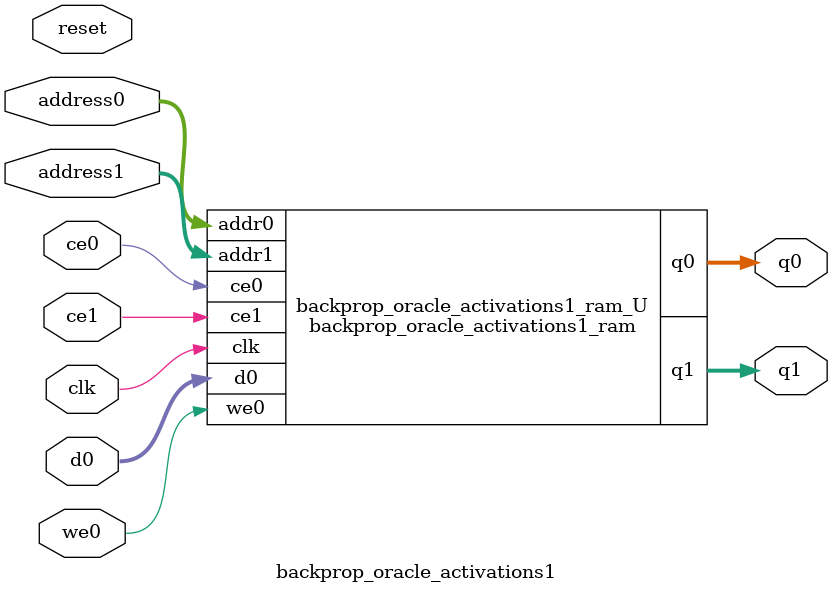
<source format=v>
`timescale 1 ns / 1 ps
module backprop_oracle_activations1_ram (addr0, ce0, d0, we0, q0, addr1, ce1, q1,  clk);

parameter DWIDTH = 64;
parameter AWIDTH = 6;
parameter MEM_SIZE = 64;

input[AWIDTH-1:0] addr0;
input ce0;
input[DWIDTH-1:0] d0;
input we0;
output reg[DWIDTH-1:0] q0;
input[AWIDTH-1:0] addr1;
input ce1;
output reg[DWIDTH-1:0] q1;
input clk;

reg [DWIDTH-1:0] ram[0:MEM_SIZE-1];




always @(posedge clk)  
begin 
    if (ce0) begin
        if (we0) 
            ram[addr0] <= d0; 
        q0 <= ram[addr0];
    end
end


always @(posedge clk)  
begin 
    if (ce1) begin
        q1 <= ram[addr1];
    end
end


endmodule

`timescale 1 ns / 1 ps
module backprop_oracle_activations1(
    reset,
    clk,
    address0,
    ce0,
    we0,
    d0,
    q0,
    address1,
    ce1,
    q1);

parameter DataWidth = 32'd64;
parameter AddressRange = 32'd64;
parameter AddressWidth = 32'd6;
input reset;
input clk;
input[AddressWidth - 1:0] address0;
input ce0;
input we0;
input[DataWidth - 1:0] d0;
output[DataWidth - 1:0] q0;
input[AddressWidth - 1:0] address1;
input ce1;
output[DataWidth - 1:0] q1;



backprop_oracle_activations1_ram backprop_oracle_activations1_ram_U(
    .clk( clk ),
    .addr0( address0 ),
    .ce0( ce0 ),
    .we0( we0 ),
    .d0( d0 ),
    .q0( q0 ),
    .addr1( address1 ),
    .ce1( ce1 ),
    .q1( q1 ));

endmodule


</source>
